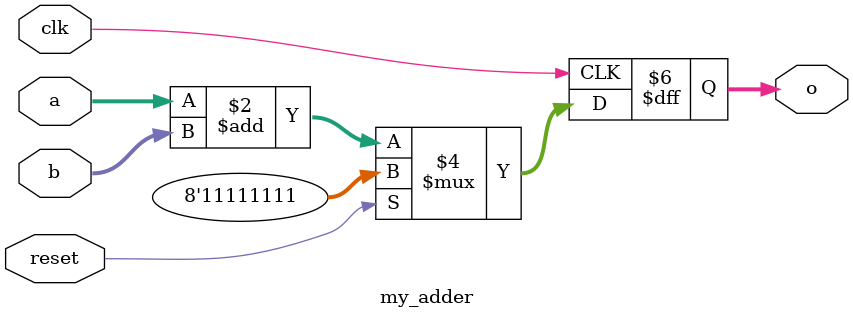
<source format=v>
module my_adder #(
	parameter WIDTH = 8
)(
	input	     clk,
	input      reset,
	input      [7:0] a,
	input      [7:0] b,
	output reg [7:0] o
);

	
	always @(posedge clk)
		if (reset)
			o <= 8'hff;
		else
			o <= a + b;

endmodule
</source>
